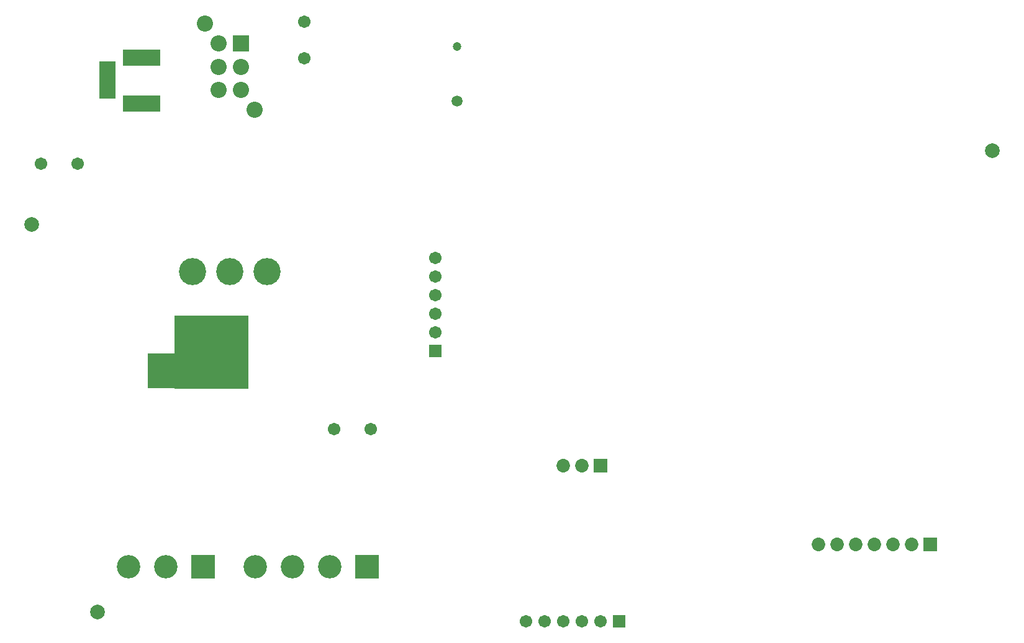
<source format=gbs>
G04*
G04 #@! TF.GenerationSoftware,Altium Limited,Altium Designer,24.5.2 (23)*
G04*
G04 Layer_Color=16711935*
%FSLAX25Y25*%
%MOIN*%
G70*
G04*
G04 #@! TF.SameCoordinates,0B6ABAA2-CCE4-471A-9BB9-6C60CE704F84*
G04*
G04*
G04 #@! TF.FilePolarity,Negative*
G04*
G01*
G75*
%ADD75C,0.04737*%
%ADD76R,0.06706X0.06706*%
%ADD116C,0.07874*%
%ADD121C,0.07296*%
%ADD122R,0.07296X0.07296*%
%ADD123C,0.06706*%
%ADD124R,0.07296X0.07296*%
%ADD125R,0.06706X0.06706*%
%ADD126C,0.05918*%
%ADD127C,0.14580*%
%ADD128R,0.12611X0.12611*%
%ADD129C,0.12611*%
%ADD130R,0.20485X0.08674*%
%ADD131R,0.08674X0.20485*%
%ADD132C,0.08674*%
%ADD133R,0.08674X0.08674*%
G36*
X127963Y131890D02*
X88583D01*
Y132264D01*
X74272D01*
Y150965D01*
X88583D01*
Y171260D01*
X127963D01*
Y131890D01*
D02*
G37*
D75*
X240158Y316122D02*
D03*
D76*
X327165Y6890D02*
D03*
D116*
X47244Y11811D02*
D03*
X527559Y259842D02*
D03*
X11811Y220472D02*
D03*
D121*
X297244Y90551D02*
D03*
X307244D02*
D03*
X434055Y48228D02*
D03*
X444055D02*
D03*
X454055D02*
D03*
X464055D02*
D03*
X474055D02*
D03*
X484055D02*
D03*
D122*
X317244Y90551D02*
D03*
D123*
X317165Y6890D02*
D03*
X307165D02*
D03*
X297165D02*
D03*
X287165D02*
D03*
X277165D02*
D03*
X228346Y202402D02*
D03*
Y192402D02*
D03*
Y182402D02*
D03*
Y172402D02*
D03*
Y162402D02*
D03*
X174213Y110236D02*
D03*
X193898D02*
D03*
X157980Y329224D02*
D03*
Y309539D02*
D03*
X16732Y252953D02*
D03*
X36417D02*
D03*
D124*
X494055Y48228D02*
D03*
D125*
X228346Y152402D02*
D03*
D126*
X240158Y286634D02*
D03*
D127*
X98110Y194882D02*
D03*
X118110D02*
D03*
X138110D02*
D03*
D128*
X191890Y36417D02*
D03*
X103661D02*
D03*
D129*
X171890D02*
D03*
X151890D02*
D03*
X131890D02*
D03*
X83661D02*
D03*
X63661D02*
D03*
D130*
X70866Y285433D02*
D03*
Y309842D02*
D03*
D131*
X52362Y298031D02*
D03*
D132*
X104724Y328346D02*
D03*
X131496Y281890D02*
D03*
X112205Y292520D02*
D03*
Y305118D02*
D03*
Y317717D02*
D03*
X124016Y292520D02*
D03*
Y305118D02*
D03*
D133*
Y317717D02*
D03*
M02*

</source>
